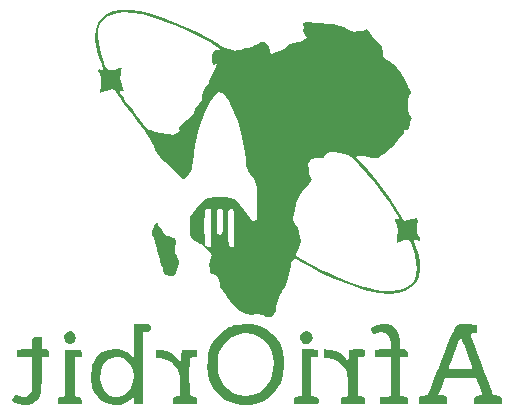
<source format=gbo>
%TF.GenerationSoftware,KiCad,Pcbnew,8.0.6*%
%TF.CreationDate,2024-11-27T19:30:55+03:00*%
%TF.ProjectId,OBCv1,4f424376-312e-46b6-9963-61645f706362,rev?*%
%TF.SameCoordinates,Original*%
%TF.FileFunction,Legend,Bot*%
%TF.FilePolarity,Positive*%
%FSLAX46Y46*%
G04 Gerber Fmt 4.6, Leading zero omitted, Abs format (unit mm)*
G04 Created by KiCad (PCBNEW 8.0.6) date 2024-11-27 19:30:55*
%MOMM*%
%LPD*%
G01*
G04 APERTURE LIST*
G04 Aperture macros list*
%AMRoundRect*
0 Rectangle with rounded corners*
0 $1 Rounding radius*
0 $2 $3 $4 $5 $6 $7 $8 $9 X,Y pos of 4 corners*
0 Add a 4 corners polygon primitive as box body*
4,1,4,$2,$3,$4,$5,$6,$7,$8,$9,$2,$3,0*
0 Add four circle primitives for the rounded corners*
1,1,$1+$1,$2,$3*
1,1,$1+$1,$4,$5*
1,1,$1+$1,$6,$7*
1,1,$1+$1,$8,$9*
0 Add four rect primitives between the rounded corners*
20,1,$1+$1,$2,$3,$4,$5,0*
20,1,$1+$1,$4,$5,$6,$7,0*
20,1,$1+$1,$6,$7,$8,$9,0*
20,1,$1+$1,$8,$9,$2,$3,0*%
G04 Aperture macros list end*
%ADD10C,0.000000*%
%ADD11C,0.752000*%
%ADD12O,2.202000X1.102000*%
%ADD13O,1.702000X1.102000*%
%ADD14R,1.700000X1.700000*%
%ADD15O,1.700000X1.700000*%
%ADD16C,3.200000*%
%ADD17C,0.999997*%
%ADD18RoundRect,0.250000X-0.600000X0.600000X-0.600000X-0.600000X0.600000X-0.600000X0.600000X0.600000X0*%
%ADD19C,1.700000*%
G04 APERTURE END LIST*
D10*
%TO.C,G\u002A\u002A\u002A*%
G36*
X75893962Y-97293140D02*
G01*
X76088753Y-97418155D01*
X76206344Y-97628774D01*
X76236310Y-97874826D01*
X76168225Y-98106138D01*
X75991663Y-98272541D01*
X75722253Y-98339302D01*
X75471417Y-98268005D01*
X75294250Y-98072525D01*
X75227115Y-97776456D01*
X75227561Y-97757984D01*
X75314275Y-97521148D01*
X75516737Y-97346351D01*
X75785024Y-97278177D01*
X75893962Y-97293140D01*
G37*
G36*
X95782813Y-97280204D02*
G01*
X96029840Y-97376199D01*
X96219130Y-97575988D01*
X96294673Y-97824185D01*
X96240618Y-98007212D01*
X96070842Y-98206459D01*
X96061837Y-98213468D01*
X95873046Y-98333104D01*
X95727182Y-98382525D01*
X95580840Y-98326966D01*
X95399876Y-98170767D01*
X95251710Y-97972555D01*
X95190325Y-97791737D01*
X95195112Y-97737854D01*
X95301569Y-97518954D01*
X95503640Y-97347490D01*
X95742499Y-97278177D01*
X95782813Y-97280204D01*
G37*
G36*
X76740102Y-99168311D02*
G01*
X76746335Y-99247938D01*
X76740383Y-99414191D01*
X76660798Y-99477080D01*
X76464015Y-99486872D01*
X76161563Y-99486872D01*
X76161563Y-101138012D01*
X76161563Y-102789151D01*
X76437650Y-102815771D01*
X76446231Y-102816610D01*
X76625611Y-102852745D01*
X76707577Y-102949277D01*
X76740102Y-103160953D01*
X76766468Y-103479515D01*
X75736814Y-103479515D01*
X74707160Y-103479515D01*
X74733525Y-103160953D01*
X74734237Y-103152437D01*
X74767603Y-102944942D01*
X74851763Y-102850995D01*
X75034425Y-102815887D01*
X75308959Y-102789383D01*
X75331749Y-100819566D01*
X75354539Y-98849749D01*
X76034138Y-98849749D01*
X76713737Y-98849749D01*
X76740102Y-99168311D01*
G37*
G36*
X96061061Y-98825076D02*
G01*
X96761897Y-98849749D01*
X96761897Y-99147073D01*
X96761692Y-99192560D01*
X96741418Y-99365509D01*
X96652095Y-99441177D01*
X96443335Y-99470763D01*
X96124773Y-99497128D01*
X96124773Y-101148522D01*
X96124773Y-102799916D01*
X96330200Y-102799916D01*
X96590210Y-102827383D01*
X96754575Y-102933539D01*
X96804372Y-103134646D01*
X96789253Y-103303964D01*
X96745188Y-103425433D01*
X96654444Y-103445503D01*
X96425950Y-103459866D01*
X96097264Y-103465384D01*
X95704552Y-103460828D01*
X94723101Y-103437040D01*
X94695061Y-103191408D01*
X94714020Y-102973096D01*
X94851923Y-102842750D01*
X95126613Y-102801217D01*
X95360225Y-102799916D01*
X95360225Y-100800159D01*
X95360225Y-98800403D01*
X96061061Y-98825076D01*
G37*
G36*
X73039656Y-97766515D02*
G01*
X73358218Y-97806464D01*
X73358218Y-98301741D01*
X73358218Y-98797018D01*
X73676780Y-98823383D01*
X73725498Y-98827607D01*
X73909003Y-98861717D01*
X73982155Y-98951140D01*
X73995342Y-99147073D01*
X73995230Y-99181427D01*
X73976333Y-99361445D01*
X73889374Y-99440173D01*
X73683461Y-99470365D01*
X73371581Y-99496332D01*
X73343662Y-101041937D01*
X73333435Y-101554506D01*
X73320719Y-101976299D01*
X73302965Y-102282430D01*
X73276669Y-102501189D01*
X73238325Y-102660867D01*
X73184430Y-102789751D01*
X73111478Y-102916134D01*
X72892040Y-103177486D01*
X72559304Y-103407486D01*
X72211982Y-103513978D01*
X71795314Y-103542366D01*
X71399104Y-103483266D01*
X71087643Y-103339640D01*
X71004103Y-103274878D01*
X70861395Y-103122734D01*
X70857144Y-102985606D01*
X70981947Y-102816992D01*
X71105236Y-102701508D01*
X71223585Y-102679459D01*
X71403758Y-102757124D01*
X71421800Y-102766334D01*
X71735062Y-102872366D01*
X71999756Y-102831194D01*
X72260405Y-102636551D01*
X72508720Y-102388236D01*
X72508720Y-100937554D01*
X72508720Y-99486872D01*
X71866468Y-99486872D01*
X71224216Y-99486872D01*
X71250582Y-99168311D01*
X71276947Y-98849749D01*
X71892834Y-98824790D01*
X72508720Y-98799831D01*
X72508720Y-98346730D01*
X72528177Y-98035251D01*
X72606848Y-97840360D01*
X72769204Y-97759673D01*
X73039656Y-97766515D01*
G37*
G36*
X102564731Y-96700126D02*
G01*
X102953335Y-96801342D01*
X103214605Y-96950248D01*
X103457784Y-97227247D01*
X103607069Y-97618797D01*
X103672857Y-98144308D01*
X103702880Y-98798065D01*
X104012656Y-98823907D01*
X104049563Y-98827118D01*
X104235692Y-98862374D01*
X104317595Y-98957825D01*
X104348798Y-99168311D01*
X104375163Y-99486872D01*
X104030236Y-99486872D01*
X103685309Y-99486872D01*
X103685309Y-101143394D01*
X103685309Y-102799916D01*
X103890735Y-102799916D01*
X103935621Y-102800381D01*
X104194751Y-102840083D01*
X104327527Y-102961866D01*
X104364907Y-103191279D01*
X104364907Y-103479515D01*
X103170482Y-103479515D01*
X101976056Y-103479515D01*
X102002421Y-103160953D01*
X102028787Y-102842391D01*
X102474773Y-102816714D01*
X102920760Y-102791037D01*
X102920760Y-101142528D01*
X102920760Y-99494019D01*
X102262399Y-99469208D01*
X101604038Y-99444398D01*
X101604038Y-99147073D01*
X101604038Y-98849749D01*
X102272338Y-98824759D01*
X102940638Y-98799769D01*
X102904125Y-98294986D01*
X102836346Y-97916446D01*
X102666826Y-97587749D01*
X102412060Y-97396601D01*
X102084222Y-97351408D01*
X101695484Y-97460574D01*
X101586618Y-97502594D01*
X101454005Y-97490550D01*
X101316578Y-97354386D01*
X101297875Y-97330812D01*
X101206816Y-97163210D01*
X101244180Y-97038963D01*
X101405122Y-96901145D01*
X101738597Y-96757262D01*
X102142476Y-96687844D01*
X102564731Y-96700126D01*
G37*
G36*
X97663649Y-98835072D02*
G01*
X97761566Y-98848476D01*
X98306624Y-98997413D01*
X98756375Y-99252503D01*
X99082385Y-99598448D01*
X99310392Y-99944289D01*
X99352867Y-99397019D01*
X99395342Y-98849749D01*
X100043153Y-98825128D01*
X100241775Y-98818276D01*
X100493169Y-98817871D01*
X100632762Y-98840996D01*
X100697925Y-98896948D01*
X100726033Y-98995027D01*
X100738327Y-99071657D01*
X100736065Y-99319205D01*
X100631573Y-99449174D01*
X100408511Y-99486872D01*
X100117416Y-99486872D01*
X100117416Y-101143394D01*
X100117416Y-102799916D01*
X100361863Y-102799916D01*
X100613163Y-102855983D01*
X100757225Y-103018855D01*
X100762407Y-103266037D01*
X100762332Y-103266337D01*
X100734957Y-103356058D01*
X100686441Y-103416235D01*
X100587030Y-103452770D01*
X100406974Y-103471561D01*
X100116521Y-103478510D01*
X99685920Y-103479515D01*
X98663012Y-103479515D01*
X98689378Y-103160953D01*
X98690207Y-103151051D01*
X98723647Y-102944301D01*
X98808197Y-102850791D01*
X98991830Y-102815771D01*
X99267917Y-102789151D01*
X99266052Y-101838848D01*
X99257996Y-101367771D01*
X99232282Y-101017682D01*
X99184004Y-100756950D01*
X99108240Y-100545231D01*
X98893358Y-100197841D01*
X98517673Y-99861048D01*
X98046652Y-99647492D01*
X97505208Y-99572296D01*
X97381326Y-99569163D01*
X97275508Y-99532611D01*
X97235403Y-99417320D01*
X97229121Y-99177715D01*
X97229121Y-98783608D01*
X97663649Y-98835072D01*
G37*
G36*
X83174534Y-88125126D02*
G01*
X83212399Y-88267770D01*
X83244216Y-88373235D01*
X83382299Y-88485869D01*
X83481478Y-88543944D01*
X83554900Y-88682731D01*
X83555585Y-88697409D01*
X83617705Y-88886911D01*
X83743220Y-89052239D01*
X83880125Y-89122993D01*
X83910768Y-89127241D01*
X83976947Y-89205277D01*
X83991749Y-89239244D01*
X84095779Y-89241960D01*
X84154650Y-89231208D01*
X84270693Y-89287101D01*
X84317428Y-89331617D01*
X84475261Y-89377842D01*
X84613207Y-89435898D01*
X84710500Y-89616687D01*
X84734929Y-89878696D01*
X84675823Y-90179289D01*
X84625601Y-90341979D01*
X84609990Y-90507036D01*
X84660957Y-90680449D01*
X84788832Y-90930936D01*
X84808607Y-90967353D01*
X84922845Y-91195517D01*
X84971189Y-91373079D01*
X84962715Y-91572055D01*
X84906500Y-91864458D01*
X84843360Y-92102759D01*
X84739389Y-92373651D01*
X84634450Y-92543083D01*
X84481422Y-92647747D01*
X84245673Y-92650019D01*
X84171903Y-92629526D01*
X83906367Y-92515214D01*
X83712340Y-92370921D01*
X83637148Y-92229364D01*
X83628590Y-92173084D01*
X83577526Y-91971708D01*
X83490685Y-91674917D01*
X83379910Y-91324379D01*
X83338592Y-91195660D01*
X83203631Y-90748602D01*
X83079437Y-90302170D01*
X82988544Y-89936283D01*
X82983173Y-89912424D01*
X82906761Y-89608728D01*
X82833497Y-89373051D01*
X82778558Y-89254665D01*
X82712452Y-89098351D01*
X82727261Y-88813175D01*
X82839348Y-88445113D01*
X82842273Y-88437869D01*
X82960009Y-88224182D01*
X83080583Y-88115266D01*
X83174534Y-88125126D01*
G37*
G36*
X85861657Y-100548745D02*
G01*
X85856056Y-100900994D01*
X85857948Y-101388495D01*
X85869530Y-101836206D01*
X85889686Y-102179154D01*
X85910367Y-102401918D01*
X85941800Y-102627446D01*
X85989976Y-102746407D01*
X86074173Y-102796713D01*
X86213671Y-102816278D01*
X86216777Y-102816580D01*
X86394635Y-102852431D01*
X86476551Y-102949033D01*
X86509333Y-103160953D01*
X86535698Y-103479515D01*
X85512791Y-103479515D01*
X85511354Y-103479515D01*
X85081189Y-103478501D01*
X84791089Y-103471528D01*
X84611302Y-103452695D01*
X84512076Y-103416102D01*
X84463661Y-103355849D01*
X84436304Y-103266037D01*
X84438567Y-103027028D01*
X84577598Y-102860459D01*
X84836847Y-102799916D01*
X85081295Y-102799916D01*
X85081295Y-101971094D01*
X85079200Y-101778514D01*
X85063255Y-101392764D01*
X85035044Y-101066196D01*
X84998662Y-100854146D01*
X84789712Y-100386063D01*
X84483358Y-100039046D01*
X85081295Y-100039046D01*
X85123770Y-100081521D01*
X85166245Y-100039046D01*
X85123770Y-99996571D01*
X85081295Y-100039046D01*
X84483358Y-100039046D01*
X84445893Y-99996608D01*
X83989950Y-99724647D01*
X83437281Y-99582718D01*
X83000024Y-99529347D01*
X83000024Y-99189548D01*
X83000024Y-98849749D01*
X83428048Y-98860096D01*
X83945515Y-98948716D01*
X84432396Y-99193315D01*
X84843250Y-99581069D01*
X85123770Y-99931186D01*
X85166245Y-99390467D01*
X85208720Y-98849749D01*
X85845844Y-98849749D01*
X86482967Y-98849749D01*
X86482967Y-99147073D01*
X86467272Y-99347797D01*
X86385410Y-99442247D01*
X86185643Y-99486872D01*
X85888319Y-99529347D01*
X85874988Y-100039046D01*
X85861657Y-100548745D01*
G37*
G36*
X93904482Y-100196334D02*
G01*
X93809488Y-100959867D01*
X93581021Y-101654684D01*
X93229194Y-102264870D01*
X92764121Y-102774507D01*
X92195914Y-103167680D01*
X91534687Y-103428470D01*
X90935295Y-103539622D01*
X90200960Y-103536238D01*
X89512422Y-103378774D01*
X88886016Y-103075630D01*
X88338074Y-102635202D01*
X87884931Y-102065889D01*
X87542921Y-101376090D01*
X87491119Y-101230472D01*
X87425920Y-100989673D01*
X87390705Y-100729766D01*
X87380041Y-100400671D01*
X87386061Y-100081521D01*
X88275421Y-100081521D01*
X88279264Y-100387553D01*
X88304036Y-100749245D01*
X88358376Y-101027787D01*
X88449875Y-101275135D01*
X88708435Y-101725253D01*
X89108441Y-102174522D01*
X89575989Y-102496118D01*
X90039769Y-102664649D01*
X90609363Y-102739941D01*
X91172911Y-102691559D01*
X91675825Y-102518910D01*
X91726369Y-102491117D01*
X92067604Y-102231285D01*
X92399735Y-101873931D01*
X92675540Y-101476388D01*
X92847800Y-101095988D01*
X92872487Y-101005492D01*
X92953283Y-100518950D01*
X92976105Y-99982529D01*
X92940953Y-99466090D01*
X92847825Y-99039493D01*
X92616003Y-98563485D01*
X92235084Y-98109740D01*
X91755212Y-97757369D01*
X91208260Y-97529205D01*
X90626101Y-97448076D01*
X90455027Y-97453599D01*
X89843431Y-97573106D01*
X89305554Y-97841480D01*
X88856314Y-98249282D01*
X88510628Y-98787069D01*
X88459313Y-98896357D01*
X88363360Y-99139130D01*
X88307683Y-99379301D01*
X88281848Y-99674291D01*
X88275421Y-100081521D01*
X87386061Y-100081521D01*
X87388498Y-99952308D01*
X87389289Y-99926918D01*
X87407034Y-99503301D01*
X87435869Y-99195660D01*
X87486252Y-98952663D01*
X87568642Y-98722978D01*
X87693497Y-98455273D01*
X88080794Y-97848054D01*
X88600006Y-97337634D01*
X89228958Y-96953335D01*
X89355542Y-96897235D01*
X89667462Y-96791381D01*
X90014043Y-96729400D01*
X90462528Y-96697339D01*
X90580459Y-96693202D01*
X91141747Y-96705247D01*
X91607859Y-96786138D01*
X92035071Y-96950231D01*
X92479660Y-97211881D01*
X92517452Y-97237463D01*
X93072069Y-97714467D01*
X93486964Y-98287765D01*
X93761121Y-98955558D01*
X93893524Y-99716045D01*
X93899604Y-99982529D01*
X93904482Y-100196334D01*
G37*
G36*
X81938151Y-103479515D02*
G01*
X81555877Y-103479515D01*
X81173603Y-103479515D01*
X81173603Y-103123051D01*
X81173603Y-102766587D01*
X80886917Y-103044454D01*
X80822234Y-103103093D01*
X80545570Y-103303508D01*
X80271031Y-103444839D01*
X79999186Y-103513740D01*
X79524154Y-103534319D01*
X79037294Y-103459826D01*
X78611505Y-103296766D01*
X78423998Y-103173770D01*
X78074873Y-102846106D01*
X77786908Y-102452552D01*
X77609584Y-102054459D01*
X77571825Y-101879830D01*
X77529630Y-101451106D01*
X77529674Y-101207389D01*
X78303831Y-101207389D01*
X78366281Y-101682015D01*
X78531292Y-102118886D01*
X78797637Y-102484533D01*
X79164088Y-102745486D01*
X79539432Y-102866095D01*
X79912530Y-102850464D01*
X80327342Y-102693729D01*
X80650672Y-102458941D01*
X80928334Y-102083514D01*
X81102429Y-101624022D01*
X81160281Y-101115424D01*
X81089213Y-100592680D01*
X81015883Y-100392472D01*
X80812587Y-100056535D01*
X80545438Y-99766272D01*
X80253102Y-99560359D01*
X79974245Y-99477469D01*
X79883380Y-99475017D01*
X79521172Y-99483600D01*
X79261306Y-99533184D01*
X79049857Y-99632832D01*
X78744137Y-99891683D01*
X78491531Y-100278753D01*
X78345172Y-100728479D01*
X78303831Y-101207389D01*
X77529674Y-101207389D01*
X77529717Y-100973048D01*
X77570541Y-100517325D01*
X77650555Y-100155609D01*
X77754861Y-99897131D01*
X78063582Y-99424819D01*
X78478960Y-99083738D01*
X78996627Y-98876890D01*
X79612220Y-98807274D01*
X79855761Y-98811495D01*
X80131467Y-98842461D01*
X80357184Y-98919273D01*
X80604797Y-99060252D01*
X80766596Y-99170369D01*
X80937416Y-99310233D01*
X81003703Y-99400052D01*
X81006464Y-99421974D01*
X81088653Y-99486872D01*
X81099568Y-99479141D01*
X81130795Y-99347490D01*
X81154060Y-99062752D01*
X81168588Y-98637724D01*
X81173603Y-98085200D01*
X81173603Y-96683528D01*
X81847477Y-96683528D01*
X81959019Y-96683804D01*
X82259175Y-96691624D01*
X82437160Y-96716718D01*
X82530139Y-96767760D01*
X82575275Y-96853428D01*
X82582391Y-96876951D01*
X82598738Y-97138516D01*
X82478299Y-97304841D01*
X82229751Y-97363127D01*
X81938151Y-97363127D01*
X81938151Y-100421321D01*
X81938151Y-101115424D01*
X81938151Y-103479515D01*
G37*
G36*
X110742400Y-100487449D02*
G01*
X110949800Y-101035612D01*
X111132484Y-101521313D01*
X111281440Y-101920504D01*
X111387655Y-102209133D01*
X111442117Y-102363151D01*
X111450321Y-102388311D01*
X111514147Y-102553265D01*
X111599881Y-102647773D01*
X111756162Y-102704141D01*
X112031630Y-102754672D01*
X112105767Y-102767515D01*
X112272938Y-102818889D01*
X112338723Y-102925085D01*
X112350192Y-103143565D01*
X112350192Y-103479515D01*
X111160894Y-103479515D01*
X109971596Y-103479515D01*
X109971596Y-103148804D01*
X109973556Y-103068073D01*
X110024670Y-102851073D01*
X110170691Y-102743785D01*
X110445768Y-102714966D01*
X110482150Y-102714426D01*
X110584567Y-102695219D01*
X110629172Y-102628155D01*
X110614552Y-102485800D01*
X110539291Y-102240716D01*
X110401977Y-101865468D01*
X110162688Y-101228344D01*
X108827030Y-101228344D01*
X107491371Y-101228344D01*
X107211702Y-101971655D01*
X106932033Y-102714966D01*
X107170619Y-102714966D01*
X107316558Y-102719266D01*
X107540524Y-102770603D01*
X107649392Y-102903866D01*
X107677951Y-103148804D01*
X107677951Y-103479515D01*
X106488653Y-103479515D01*
X105299355Y-103479515D01*
X105299355Y-103143565D01*
X105299849Y-103065481D01*
X105322215Y-102885340D01*
X105412546Y-102800796D01*
X105617917Y-102754334D01*
X105666641Y-102746121D01*
X105884426Y-102707843D01*
X106011708Y-102682933D01*
X106054405Y-102610514D01*
X106151265Y-102396154D01*
X106294075Y-102057781D01*
X106475518Y-101613328D01*
X106688278Y-101080730D01*
X106925039Y-100477920D01*
X106955153Y-100400083D01*
X107848183Y-100400083D01*
X107848550Y-100405315D01*
X107906021Y-100452644D01*
X108074960Y-100483842D01*
X108374750Y-100501014D01*
X108824773Y-100506270D01*
X108911937Y-100506135D01*
X109332107Y-100499322D01*
X109606723Y-100480573D01*
X109756387Y-100447607D01*
X109801697Y-100398145D01*
X109800045Y-100381185D01*
X109758927Y-100224665D01*
X109673813Y-99967136D01*
X109559751Y-99654834D01*
X109416346Y-99277750D01*
X109239836Y-98812567D01*
X109083239Y-98398892D01*
X109052553Y-98318867D01*
X108941900Y-98050414D01*
X108855539Y-97871287D01*
X108810033Y-97816774D01*
X108798769Y-97834626D01*
X108733887Y-97979770D01*
X108629394Y-98238924D01*
X108497901Y-98578219D01*
X108352018Y-98963780D01*
X108204359Y-99361738D01*
X108067534Y-99738218D01*
X107954156Y-100059351D01*
X107876835Y-100291263D01*
X107848183Y-100400083D01*
X106955153Y-100400083D01*
X107178484Y-99822833D01*
X107478554Y-99048885D01*
X107777699Y-98296506D01*
X108025788Y-97696145D01*
X108221884Y-97250004D01*
X108365050Y-96960281D01*
X108454348Y-96829176D01*
X108466472Y-96819441D01*
X108589560Y-96748916D01*
X108761256Y-96709362D01*
X109021771Y-96695425D01*
X109411318Y-96701751D01*
X110183971Y-96726003D01*
X110183971Y-97065802D01*
X110183495Y-97143656D01*
X110163052Y-97323887D01*
X110082098Y-97402610D01*
X109899546Y-97432843D01*
X109800499Y-97445523D01*
X109667125Y-97498835D01*
X109656270Y-97602743D01*
X109656591Y-97603839D01*
X109698335Y-97722464D01*
X109792260Y-97977027D01*
X109930048Y-98345376D01*
X110103379Y-98805358D01*
X110303935Y-99334824D01*
X110523397Y-99911622D01*
X110708435Y-100398145D01*
X110742400Y-100487449D01*
G37*
G36*
X89513436Y-73496914D02*
G01*
X89713961Y-73534011D01*
X89875521Y-73517814D01*
X90060040Y-73451388D01*
X90102196Y-73434417D01*
X90352662Y-73354314D01*
X90549696Y-73321088D01*
X90560387Y-73320869D01*
X90801821Y-73279382D01*
X91113940Y-73184213D01*
X91422609Y-73061207D01*
X91653694Y-72936209D01*
X91894681Y-72834240D01*
X92167488Y-72833002D01*
X92410662Y-72926343D01*
X92579087Y-73096266D01*
X92627646Y-73324771D01*
X92638935Y-73507165D01*
X92715879Y-73691463D01*
X92738691Y-73717854D01*
X92824535Y-73776530D01*
X92945037Y-73758470D01*
X93156459Y-73659608D01*
X93230479Y-73623859D01*
X93473829Y-73529902D01*
X93655301Y-73492224D01*
X93679454Y-73489989D01*
X93847547Y-73405172D01*
X94015767Y-73235606D01*
X94129023Y-73109485D01*
X94346328Y-72967534D01*
X94659433Y-72860209D01*
X95105375Y-72771743D01*
X95376841Y-72690554D01*
X95613980Y-72561606D01*
X95825259Y-72399233D01*
X95635217Y-72196942D01*
X95522536Y-72055404D01*
X95451088Y-71833086D01*
X95543514Y-71643918D01*
X95596682Y-71549622D01*
X95531409Y-71412500D01*
X95494440Y-71367511D01*
X95452790Y-71287539D01*
X95512215Y-71227064D01*
X95700024Y-71142331D01*
X95877298Y-71099335D01*
X96087239Y-71116364D01*
X96176212Y-71137139D01*
X96421032Y-71170350D01*
X96760336Y-71202140D01*
X97149112Y-71227785D01*
X97399491Y-71242507D01*
X97792719Y-71271486D01*
X98121615Y-71302626D01*
X98333469Y-71331319D01*
X98385588Y-71342638D01*
X98641549Y-71420673D01*
X98937501Y-71534822D01*
X99223063Y-71662898D01*
X99447849Y-71782715D01*
X99561477Y-71872086D01*
X99608046Y-71896389D01*
X99785244Y-71913761D01*
X100037118Y-71906381D01*
X100306123Y-71878920D01*
X100534713Y-71836052D01*
X100665342Y-71782450D01*
X100685270Y-71765180D01*
X100830522Y-71713846D01*
X100973026Y-71812201D01*
X101127388Y-72069314D01*
X101296538Y-72332741D01*
X101622735Y-72600250D01*
X101628799Y-72603501D01*
X101943324Y-72864073D01*
X102155718Y-73228134D01*
X102237081Y-73646471D01*
X102260752Y-73887241D01*
X102357553Y-74114714D01*
X102556964Y-74313931D01*
X102888613Y-74524833D01*
X103101020Y-74660021D01*
X103320292Y-74840557D01*
X103434959Y-74990681D01*
X103504877Y-75121199D01*
X103594954Y-75191220D01*
X103642700Y-75222267D01*
X103753502Y-75368695D01*
X103881667Y-75594732D01*
X104001498Y-75828993D01*
X104186059Y-76182135D01*
X104368858Y-76525314D01*
X104403477Y-76589744D01*
X104534185Y-76846673D01*
X104590860Y-77006796D01*
X104582822Y-77112185D01*
X104519389Y-77204913D01*
X104419631Y-77386524D01*
X104349002Y-77716300D01*
X104337280Y-78109761D01*
X104381581Y-78514660D01*
X104479023Y-78878749D01*
X104626721Y-79149779D01*
X104686177Y-79255753D01*
X104633146Y-79374352D01*
X104620037Y-79390313D01*
X104559441Y-79556726D01*
X104534807Y-79792512D01*
X104532699Y-79853058D01*
X104457018Y-80109648D01*
X104289377Y-80244756D01*
X104052499Y-80237417D01*
X104041569Y-80233905D01*
X103954722Y-80216063D01*
X104016272Y-80271638D01*
X104030505Y-80282730D01*
X104063150Y-80360398D01*
X103997398Y-80482927D01*
X103817580Y-80682736D01*
X103710541Y-80801008D01*
X103514930Y-81057706D01*
X103387524Y-81279337D01*
X103240340Y-81510641D01*
X103034043Y-81700652D01*
X102919329Y-81777657D01*
X102671071Y-81959011D01*
X102411061Y-82162060D01*
X102313053Y-82241184D01*
X102023549Y-82461360D01*
X101798675Y-82587605D01*
X101588316Y-82633335D01*
X101342354Y-82611964D01*
X101010672Y-82536908D01*
X100708405Y-82473112D01*
X100387003Y-82434156D01*
X100171069Y-82444035D01*
X99938665Y-82502364D01*
X100523737Y-83157996D01*
X100599951Y-83243709D01*
X101717761Y-84574955D01*
X102740273Y-85933709D01*
X103635259Y-87277303D01*
X104045148Y-87937634D01*
X104353690Y-87881300D01*
X104369436Y-87878379D01*
X104637758Y-87817895D01*
X104858899Y-87751906D01*
X104953876Y-87718461D01*
X105092037Y-87695146D01*
X105160976Y-87757999D01*
X105177069Y-87934531D01*
X105156691Y-88252257D01*
X105141555Y-88532622D01*
X105163664Y-88871921D01*
X105246583Y-89154605D01*
X105246902Y-89155367D01*
X105349780Y-89423233D01*
X105369433Y-89566641D01*
X105298459Y-89613125D01*
X105129456Y-89590217D01*
X105119500Y-89588076D01*
X104946203Y-89568432D01*
X104874606Y-89594427D01*
X104874802Y-89597595D01*
X104905919Y-89712957D01*
X104979826Y-89938472D01*
X105081669Y-90228639D01*
X105203124Y-90599726D01*
X105367485Y-91375408D01*
X105384751Y-91999949D01*
X105386623Y-92067672D01*
X105265739Y-92670282D01*
X105010034Y-93177003D01*
X104624707Y-93581599D01*
X104114960Y-93877834D01*
X103485992Y-94059473D01*
X102743006Y-94120282D01*
X101891201Y-94054023D01*
X101407562Y-93964246D01*
X100633484Y-93763715D01*
X99774328Y-93487244D01*
X98861575Y-93147477D01*
X97926704Y-92757059D01*
X97001195Y-92328633D01*
X96116529Y-91874844D01*
X95304185Y-91408336D01*
X95113058Y-91292404D01*
X94896514Y-91171230D01*
X94765746Y-91124879D01*
X94685005Y-91143357D01*
X94618541Y-91216672D01*
X94548459Y-91333635D01*
X94469397Y-91544063D01*
X94459711Y-91593626D01*
X94419027Y-91807346D01*
X94360528Y-92118556D01*
X94293397Y-92478511D01*
X94230167Y-92803279D01*
X94147980Y-93149738D01*
X94061257Y-93396507D01*
X93954760Y-93584032D01*
X93813246Y-93752759D01*
X93681166Y-93935634D01*
X93516119Y-94248724D01*
X93362381Y-94611766D01*
X93245874Y-94962680D01*
X93192520Y-95239381D01*
X93148741Y-95580210D01*
X93043718Y-95839149D01*
X92868069Y-95988488D01*
X92728284Y-96048221D01*
X92567763Y-96075586D01*
X92371935Y-96044972D01*
X92079638Y-95953677D01*
X91964811Y-95919742D01*
X91646376Y-95862768D01*
X91375833Y-95859355D01*
X91180294Y-95872645D01*
X90670654Y-95796555D01*
X90175733Y-95573029D01*
X89730522Y-95215753D01*
X89518578Y-94984316D01*
X89276149Y-94689460D01*
X89099035Y-94440613D01*
X89045092Y-94356495D01*
X88850443Y-94083038D01*
X88667323Y-93860826D01*
X88578634Y-93750913D01*
X88467135Y-93504967D01*
X88411977Y-93157281D01*
X88402583Y-93066843D01*
X88308439Y-92713174D01*
X88131700Y-92504516D01*
X87868727Y-92436036D01*
X87765121Y-92404613D01*
X87632779Y-92271721D01*
X87620136Y-92245579D01*
X87559787Y-91984556D01*
X87550666Y-91647137D01*
X87590182Y-91307593D01*
X87675745Y-91040192D01*
X87724666Y-90941401D01*
X87749554Y-90833613D01*
X87707710Y-90724648D01*
X87580789Y-90575402D01*
X87350448Y-90346774D01*
X87347585Y-90343982D01*
X87078621Y-90104286D01*
X86810268Y-89901437D01*
X86600213Y-89779086D01*
X86579371Y-89769983D01*
X86316681Y-89607842D01*
X86089089Y-89399037D01*
X86016893Y-89308299D01*
X85940039Y-89173642D01*
X85899305Y-89007539D01*
X85885516Y-88763911D01*
X85889497Y-88396679D01*
X85891120Y-88323131D01*
X87122515Y-88323131D01*
X87125573Y-88771120D01*
X87135816Y-89196907D01*
X87153082Y-89564194D01*
X87177208Y-89836683D01*
X87208030Y-89978076D01*
X87244065Y-90029739D01*
X87398090Y-90125573D01*
X87566553Y-90129572D01*
X87677016Y-90033219D01*
X87687435Y-89948793D01*
X87696470Y-89714978D01*
X87701073Y-89365684D01*
X87700895Y-88930849D01*
X87695587Y-88440410D01*
X87689292Y-88039962D01*
X88155315Y-88039962D01*
X88157187Y-88525115D01*
X88182804Y-88847615D01*
X88231974Y-89004647D01*
X88270787Y-89045868D01*
X88448295Y-89117622D01*
X88632198Y-89021053D01*
X88654644Y-88977042D01*
X88691597Y-88784003D01*
X88717470Y-88487884D01*
X88731660Y-88133028D01*
X88731837Y-88098594D01*
X89083867Y-88098594D01*
X89087630Y-88321280D01*
X89102003Y-88782487D01*
X89123019Y-89214810D01*
X89134149Y-89365684D01*
X89147579Y-89547742D01*
X89178432Y-89816844D01*
X89220974Y-90003100D01*
X89286879Y-90093349D01*
X89392879Y-90127111D01*
X89520781Y-90119128D01*
X89628575Y-90039177D01*
X89639572Y-89953738D01*
X89649294Y-89718519D01*
X89654440Y-89368003D01*
X89654617Y-88932295D01*
X89649433Y-88441498D01*
X89642269Y-88022637D01*
X89631755Y-87599529D01*
X89617358Y-87304451D01*
X89596122Y-87113550D01*
X89565092Y-87002974D01*
X89521312Y-86948870D01*
X89461827Y-86927385D01*
X89309152Y-86933346D01*
X89197122Y-87034849D01*
X89126076Y-87250976D01*
X89090247Y-87599600D01*
X89088148Y-87763774D01*
X89083867Y-88098594D01*
X88731837Y-88098594D01*
X88733563Y-87763774D01*
X88722575Y-87424466D01*
X88698095Y-87159445D01*
X88659518Y-87013052D01*
X88569153Y-86948148D01*
X88384732Y-86928102D01*
X88319227Y-86940046D01*
X88252798Y-86976440D01*
X88210292Y-87062815D01*
X88184863Y-87229143D01*
X88169667Y-87505393D01*
X88157860Y-87921536D01*
X88155315Y-88039962D01*
X87689292Y-88039962D01*
X87672265Y-86956772D01*
X87469497Y-86928102D01*
X87326224Y-86935428D01*
X87194711Y-87013052D01*
X87185398Y-87035118D01*
X87158084Y-87208934D01*
X87138607Y-87505740D01*
X87126805Y-87889239D01*
X87122515Y-88323131D01*
X85891120Y-88323131D01*
X85905952Y-87651077D01*
X86429729Y-86937992D01*
X86600457Y-86711776D01*
X86905728Y-86359580D01*
X87196862Y-86124464D01*
X87516700Y-85983944D01*
X87908084Y-85915539D01*
X88413857Y-85896765D01*
X88518233Y-85896853D01*
X88971528Y-85913249D01*
X89324881Y-85971406D01*
X89616012Y-86091957D01*
X89882639Y-86295539D01*
X90162483Y-86602786D01*
X90493263Y-87034332D01*
X90508796Y-87055386D01*
X90758312Y-87386192D01*
X90978860Y-87665717D01*
X91147036Y-87865074D01*
X91239436Y-87955373D01*
X91335145Y-87968580D01*
X91495231Y-87878861D01*
X91501836Y-87872059D01*
X91551801Y-87797767D01*
X91586434Y-87681506D01*
X91591764Y-87635092D01*
X94600319Y-87635092D01*
X94641898Y-87891080D01*
X94806021Y-88185793D01*
X94928096Y-88384886D01*
X95102346Y-88795895D01*
X95140259Y-88932295D01*
X95230471Y-89256849D01*
X95288890Y-89694092D01*
X95257266Y-89984631D01*
X95076178Y-90409395D01*
X94991528Y-90557501D01*
X94890095Y-90748666D01*
X94850526Y-90844306D01*
X94880078Y-90880362D01*
X95036361Y-90990310D01*
X95305677Y-91153514D01*
X95663882Y-91356690D01*
X96086829Y-91586552D01*
X96550371Y-91829816D01*
X97030361Y-92073198D01*
X97502653Y-92303413D01*
X98322167Y-92679589D01*
X99326971Y-93093922D01*
X100260967Y-93419533D01*
X101157454Y-93668865D01*
X101609602Y-93762824D01*
X102277790Y-93849716D01*
X102914267Y-93875061D01*
X103477229Y-93837828D01*
X103924870Y-93736990D01*
X104148407Y-93638531D01*
X104546285Y-93359518D01*
X104859576Y-93000992D01*
X105045684Y-92605936D01*
X105074225Y-92478741D01*
X105113858Y-91999949D01*
X105082349Y-91433872D01*
X104984234Y-90829036D01*
X104824046Y-90233967D01*
X104735036Y-89970173D01*
X104644072Y-89737265D01*
X104564470Y-89610599D01*
X104474122Y-89558113D01*
X104350924Y-89547742D01*
X104328357Y-89548223D01*
X104071383Y-89588936D01*
X103799630Y-89675167D01*
X103741654Y-89699102D01*
X103551791Y-89772876D01*
X103455798Y-89802592D01*
X103443876Y-89737727D01*
X103448815Y-89545947D01*
X103471247Y-89271655D01*
X103482333Y-88774113D01*
X103393978Y-88315969D01*
X103342101Y-88146912D01*
X103282470Y-87923092D01*
X103282988Y-87814301D01*
X103349505Y-87789491D01*
X103487871Y-87817610D01*
X103715183Y-87874662D01*
X103515085Y-87543142D01*
X103329864Y-87244015D01*
X102812899Y-86465343D01*
X102215135Y-85628501D01*
X101567114Y-84774243D01*
X100899382Y-83943326D01*
X100242484Y-83176505D01*
X100080529Y-82994749D01*
X99868353Y-82766970D01*
X99695763Y-82613940D01*
X99516028Y-82503270D01*
X99282414Y-82402571D01*
X98948189Y-82279452D01*
X98603993Y-82167964D01*
X98109541Y-82073937D01*
X97727782Y-82101556D01*
X97454332Y-82251467D01*
X97284806Y-82524316D01*
X97273050Y-82552759D01*
X97197734Y-82629450D01*
X97042193Y-82660621D01*
X96762374Y-82657503D01*
X96746984Y-82656810D01*
X96447605Y-82659496D01*
X96245765Y-82710851D01*
X96074803Y-82827341D01*
X96051844Y-82847760D01*
X95911007Y-83029634D01*
X95904663Y-83218402D01*
X95915149Y-83263603D01*
X95959815Y-83504421D01*
X96000872Y-83785038D01*
X96014511Y-83876599D01*
X96068037Y-84103832D01*
X96128357Y-84233466D01*
X96177174Y-84295486D01*
X96197261Y-84410107D01*
X96132877Y-84564446D01*
X95971170Y-84784323D01*
X95699289Y-85095559D01*
X95607446Y-85199583D01*
X95383514Y-85477422D01*
X95216445Y-85719605D01*
X95137009Y-85883038D01*
X95080687Y-86058861D01*
X94964471Y-86300570D01*
X94922606Y-86388289D01*
X94848665Y-86641484D01*
X94800334Y-86937694D01*
X94779098Y-87103943D01*
X94729984Y-87336686D01*
X94676282Y-87462224D01*
X94600319Y-87635092D01*
X91591764Y-87635092D01*
X91607538Y-87497715D01*
X91616920Y-87220829D01*
X91616384Y-86825285D01*
X91607735Y-86285523D01*
X91605695Y-86183764D01*
X91590033Y-85619387D01*
X91564000Y-85188523D01*
X91519288Y-84859684D01*
X91447589Y-84601379D01*
X91340593Y-84382121D01*
X91189992Y-84170419D01*
X90987477Y-83934784D01*
X90978333Y-83924558D01*
X90855281Y-83775184D01*
X90774360Y-83630421D01*
X90723120Y-83446687D01*
X90689113Y-83180395D01*
X90659888Y-82787962D01*
X90591771Y-82097014D01*
X90342904Y-80809609D01*
X89932878Y-79516675D01*
X89358491Y-78206939D01*
X89168520Y-77832190D01*
X88981876Y-77494043D01*
X88829158Y-77270338D01*
X88691153Y-77138498D01*
X88548647Y-77075949D01*
X88382425Y-77060117D01*
X88348785Y-77061467D01*
X88178601Y-77115800D01*
X88005782Y-77262059D01*
X87817194Y-77517436D01*
X87599703Y-77899122D01*
X87340174Y-78424309D01*
X87215113Y-78697411D01*
X86704218Y-80056346D01*
X86344269Y-81483481D01*
X86139356Y-82963354D01*
X86103570Y-83306874D01*
X86051859Y-83561099D01*
X85970664Y-83746056D01*
X85843757Y-83913933D01*
X85796811Y-83968415D01*
X85629753Y-84177668D01*
X85519615Y-84338535D01*
X85488083Y-84383653D01*
X85422721Y-84407583D01*
X85315659Y-84358577D01*
X85139828Y-84221848D01*
X84868160Y-83982605D01*
X84342552Y-83501151D01*
X83794239Y-82970698D01*
X83383192Y-82534127D01*
X83108000Y-82189920D01*
X82967255Y-81936561D01*
X82951342Y-81893399D01*
X82827903Y-81615616D01*
X82696816Y-81387377D01*
X82580863Y-81186251D01*
X82489418Y-80951962D01*
X82479911Y-80922653D01*
X82379224Y-80732740D01*
X82204559Y-80473662D01*
X81987120Y-80192595D01*
X81769591Y-79924683D01*
X81414066Y-79472093D01*
X81037879Y-78979218D01*
X80666571Y-78480500D01*
X80325686Y-78010384D01*
X80040766Y-77603312D01*
X79837354Y-77293729D01*
X79680260Y-77054004D01*
X79518772Y-76881835D01*
X79340341Y-76818243D01*
X79098404Y-76848974D01*
X78746395Y-76959774D01*
X78315509Y-77108735D01*
X78352609Y-76467850D01*
X78362312Y-76134670D01*
X78334035Y-75780383D01*
X78252559Y-75498718D01*
X78244006Y-75478258D01*
X78151267Y-75247152D01*
X78135122Y-75138017D01*
X78208171Y-75117325D01*
X78383012Y-75151547D01*
X78540039Y-75179652D01*
X78610003Y-75155917D01*
X78582170Y-75052109D01*
X78425276Y-74663254D01*
X78233481Y-74115234D01*
X78070351Y-73568760D01*
X77950687Y-73074445D01*
X77889291Y-72682901D01*
X77875360Y-72403785D01*
X77882534Y-72322645D01*
X78103727Y-72322645D01*
X78167248Y-73003232D01*
X78344684Y-73755723D01*
X78634260Y-74562945D01*
X78736865Y-74805465D01*
X78842269Y-75022539D01*
X78933663Y-75137721D01*
X79039425Y-75183213D01*
X79187938Y-75191220D01*
X79209100Y-75190907D01*
X79498549Y-75150429D01*
X79787702Y-75062680D01*
X79851347Y-75036759D01*
X80033265Y-74971600D01*
X80117072Y-74956493D01*
X80118649Y-74999399D01*
X80096520Y-75169200D01*
X80051357Y-75419474D01*
X80028267Y-75547600D01*
X80007893Y-75808982D01*
X80040952Y-76073043D01*
X80133801Y-76416691D01*
X80303692Y-76973280D01*
X80088853Y-76919359D01*
X80033274Y-76906466D01*
X79925104Y-76905449D01*
X79940525Y-76984015D01*
X79995896Y-77079115D01*
X80190910Y-77384999D01*
X80442758Y-77752088D01*
X80734264Y-78158142D01*
X81048252Y-78580921D01*
X81367543Y-78998184D01*
X81674961Y-79387691D01*
X81953330Y-79727201D01*
X82185472Y-79994475D01*
X82354210Y-80167272D01*
X82442367Y-80223351D01*
X82522898Y-80225045D01*
X82695127Y-80284158D01*
X82786543Y-80321628D01*
X83056423Y-80393714D01*
X83478765Y-80478509D01*
X84061897Y-80577800D01*
X84220895Y-80608759D01*
X84445109Y-80667053D01*
X84495680Y-80673282D01*
X84651882Y-80625467D01*
X84818252Y-80515808D01*
X84955154Y-80380459D01*
X85022953Y-80255575D01*
X84982014Y-80177308D01*
X84978879Y-80112665D01*
X85095794Y-79949682D01*
X85330818Y-79699018D01*
X85675635Y-79369480D01*
X86121931Y-78969877D01*
X86278194Y-78786187D01*
X86355543Y-78538892D01*
X86424851Y-78308824D01*
X86652867Y-78031537D01*
X86769706Y-77912675D01*
X86910671Y-77696493D01*
X86950192Y-77460772D01*
X86955513Y-77332184D01*
X87018440Y-76992451D01*
X87136357Y-76714019D01*
X87289155Y-76550865D01*
X87396030Y-76452681D01*
X87493521Y-76258087D01*
X87523342Y-76168626D01*
X87621101Y-75930500D01*
X87764011Y-75612250D01*
X87932835Y-75257685D01*
X88021954Y-75074634D01*
X88214009Y-74670646D01*
X88350032Y-74369487D01*
X88424932Y-74183387D01*
X88433616Y-74124577D01*
X88370992Y-74205289D01*
X88248996Y-74376853D01*
X88087643Y-74582318D01*
X87908372Y-74798457D01*
X87806634Y-74490187D01*
X87780475Y-74403580D01*
X87748533Y-74136460D01*
X87808214Y-73837070D01*
X87824708Y-73783113D01*
X87903589Y-73590609D01*
X88009809Y-73509095D01*
X88195411Y-73492224D01*
X88222770Y-73491897D01*
X88404813Y-73469211D01*
X88479288Y-73421762D01*
X88478896Y-73419465D01*
X88399588Y-73347564D01*
X88202092Y-73213104D01*
X87914793Y-73034477D01*
X87566078Y-72830074D01*
X86789536Y-72403050D01*
X85714364Y-71864088D01*
X84662386Y-71395458D01*
X83649338Y-71002151D01*
X82690957Y-70689163D01*
X81802979Y-70461484D01*
X81001140Y-70324108D01*
X80301177Y-70282029D01*
X79718825Y-70340238D01*
X79503401Y-70394708D01*
X78982965Y-70612627D01*
X78572608Y-70920310D01*
X78297551Y-71300714D01*
X78155892Y-71731137D01*
X78103727Y-72322645D01*
X77882534Y-72322645D01*
X77933006Y-71751796D01*
X78121493Y-71202100D01*
X78435505Y-70757209D01*
X78869728Y-70419635D01*
X79418847Y-70191890D01*
X80077546Y-70076485D01*
X80840511Y-70075931D01*
X81702427Y-70192741D01*
X82657979Y-70429426D01*
X83453638Y-70691067D01*
X84431496Y-71065344D01*
X85454113Y-71504456D01*
X86474567Y-71987120D01*
X87445933Y-72492055D01*
X88321287Y-72997978D01*
X88513843Y-73104847D01*
X88875964Y-73273690D01*
X89233302Y-73410453D01*
X89269943Y-73421762D01*
X89513436Y-73496914D01*
G37*
%TD*%
%LPC*%
D11*
%TO.C,J2*%
X57070259Y-58355491D03*
X57070259Y-64135491D03*
D12*
X57570259Y-56925491D03*
D13*
X53390259Y-56925491D03*
D12*
X57570259Y-65565491D03*
D13*
X53390259Y-65565491D03*
%TD*%
D14*
%TO.C,J1*%
X66970259Y-49885491D03*
D15*
X66970259Y-52425491D03*
X69510259Y-49885491D03*
X69510259Y-52425491D03*
X72050259Y-49885491D03*
X72050259Y-52425491D03*
X74590259Y-49885491D03*
X74590259Y-52425491D03*
X77130259Y-49885491D03*
X77130259Y-52425491D03*
X79670259Y-49885491D03*
X79670259Y-52425491D03*
X82210259Y-49885491D03*
X82210259Y-52425491D03*
X84750259Y-49885491D03*
X84750259Y-52425491D03*
X87290259Y-49885491D03*
X87290259Y-52425491D03*
X89830259Y-49885491D03*
X89830259Y-52425491D03*
X92370259Y-49885491D03*
X92370259Y-52425491D03*
X94910259Y-49885491D03*
X94910259Y-52425491D03*
X97450259Y-49885491D03*
X97450259Y-52425491D03*
X99990259Y-49885491D03*
X99990259Y-52425491D03*
X102530259Y-49885491D03*
X102530259Y-52425491D03*
X105070259Y-49885491D03*
X105070259Y-52425491D03*
X107610259Y-49885491D03*
X107610259Y-52425491D03*
X110150259Y-49885491D03*
X110150259Y-52425491D03*
X112690259Y-49885491D03*
X112690259Y-52425491D03*
X115230259Y-49885491D03*
X115230259Y-52425491D03*
%TD*%
D16*
%TO.C,H4*%
X128089824Y-49732000D03*
%TD*%
D17*
%TO.C,MICRO_SD1*%
X127325859Y-72639291D03*
X127325859Y-64663691D03*
%TD*%
D18*
%TO.C,J3*%
X110190259Y-113195491D03*
D19*
X110190259Y-115735491D03*
X107650259Y-113195491D03*
X107650259Y-115735491D03*
X105110259Y-113195491D03*
X105110259Y-115735491D03*
X102570259Y-113195491D03*
X102570259Y-115735491D03*
X100030259Y-113195491D03*
X100030259Y-115735491D03*
X97490259Y-113195491D03*
X97490259Y-115735491D03*
X94950259Y-113195491D03*
X94950259Y-115735491D03*
X92410259Y-113195491D03*
X92410259Y-115735491D03*
X89870259Y-113195491D03*
X89870259Y-115735491D03*
X87330259Y-113195491D03*
X87330259Y-115735491D03*
%TD*%
D16*
%TO.C,H1*%
X54050000Y-123750000D03*
%TD*%
%TO.C,H2*%
X128089824Y-123749705D03*
%TD*%
%TO.C,H3*%
X54051388Y-49710258D03*
%TD*%
%LPD*%
M02*

</source>
